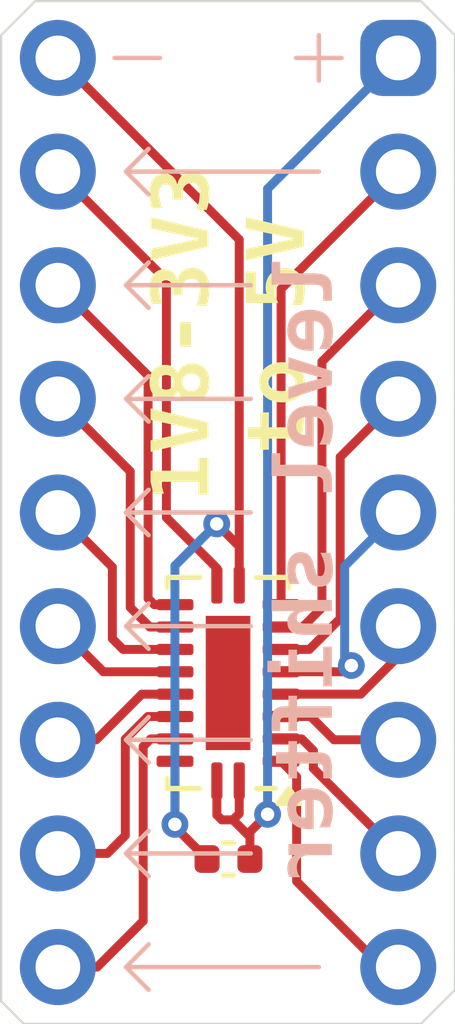
<source format=kicad_pcb>
(kicad_pcb (version 20241229) (generator "pcbnew") (generator_version "9.0")
  (layers (0 "F.Cu" signal) (2 "B.Cu" signal) (13 "F.Paste" user) (15 "B.Paste" user) (5 "F.SilkS" user "F.Silkscreen") (7 "B.SilkS" user "B.Silkscreen") (1 "F.Mask" user) (3 "B.Mask" user) (25 "Edge.Cuts" user))
  (net 0 "")
  (net 1 "GND")
  (net 2 "VCC")
  (net 3 "Net-(J1-Pin_3)")
  (net 4 "Net-(J1-Pin_2)")
  (net 5 "Net-(J1-Pin_7)")
  (net 6 "Net-(J1-Pin_4)")
  (net 7 "Net-(J1-Pin_5)")
  (net 8 "Net-(J1-Pin_8)")
  (net 9 "Net-(J1-Pin_6)")
  (net 10 "Net-(J2-Pin_6)")
  (net 11 "Net-(J2-Pin_3)")
  (net 12 "Net-(J2-Pin_2)")
  (net 13 "Net-(J2-Pin_8)")
  (net 14 "Net-(J2-Pin_7)")
  (net 15 "Net-(J2-Pin_5)")
  (net 16 "Net-(J2-Pin_4)")
  (net 17 "Net-(J1-Pin_1)")
  (net 18 "Net-(J2-Pin_9)")
  (footprint "Connector_PinSocket_2.54mm:PinSocket_1x09_P2.54mm_Vertical" (layer "F.Cu") (at 63.5 66.04 180)
    (property "Reference" "J1" (hide yes))
    (property "Value" "Conn_01x09_Pin" (hide yes))
    (pad "1" thru_hole circle (at 0 0 180) (size 1.7 1.7) (drill 1) (layers "*.Cu" "*.Mask") (net 17 "Net-(J1-Pin_1)"))
    (pad "2" thru_hole circle (at 0 2.54 180) (size 1.7 1.7) (drill 1) (layers "*.Cu" "*.Mask") (net 4 "Net-(J1-Pin_2)"))
    (pad "3" thru_hole circle (at 0 5.079999 180) (size 1.7 1.7) (drill 1) (layers "*.Cu" "*.Mask") (net 3 "Net-(J1-Pin_3)"))
    (pad "4" thru_hole circle (at 0 7.62 180) (size 1.7 1.7) (drill 1) (layers "*.Cu" "*.Mask") (net 6 "Net-(J1-Pin_4)"))
    (pad "5" thru_hole circle (at 0 10.16 180) (size 1.7 1.7) (drill 1) (layers "*.Cu" "*.Mask") (net 7 "Net-(J1-Pin_5)"))
    (pad "6" thru_hole circle (at 0 12.7 180) (size 1.7 1.7) (drill 1) (layers "*.Cu" "*.Mask") (net 9 "Net-(J1-Pin_6)"))
    (pad "7" thru_hole circle (at 0 15.24 180) (size 1.7 1.7) (drill 1) (layers "*.Cu" "*.Mask") (net 5 "Net-(J1-Pin_7)"))
    (pad "8" thru_hole circle (at 0 17.780001 180) (size 1.7 1.7) (drill 1) (layers "*.Cu" "*.Mask") (net 8 "Net-(J1-Pin_8)"))
    (pad "9" thru_hole roundrect (at 0 20.32 180) (size 1.7 1.7) (drill 1) (layers "*.Cu" "*.Mask") (roundrect_rratio 0.2941176471) (net 2 "VCC"))
  )
  (footprint "Connector_PinSocket_2.54mm:PinSocket_1x09_P2.54mm_Vertical" (layer "F.Cu") (at 55.88 45.72)
    (property "Reference" "J2" (hide yes))
    (property "Value" "Conn_01x09_Pin" (hide yes))
    (pad "1" thru_hole circle (at 0 0) (size 1.7 1.7) (drill 1) (layers "*.Cu" "*.Mask") (net 1 "GND"))
    (pad "2" thru_hole circle (at 0 2.54) (size 1.7 1.7) (drill 1) (layers "*.Cu" "*.Mask") (net 12 "Net-(J2-Pin_2)"))
    (pad "3" thru_hole circle (at 0 5.079999) (size 1.7 1.7) (drill 1) (layers "*.Cu" "*.Mask") (net 11 "Net-(J2-Pin_3)"))
    (pad "4" thru_hole circle (at 0 7.62) (size 1.7 1.7) (drill 1) (layers "*.Cu" "*.Mask") (net 16 "Net-(J2-Pin_4)"))
    (pad "5" thru_hole circle (at 0 10.16) (size 1.7 1.7) (drill 1) (layers "*.Cu" "*.Mask") (net 15 "Net-(J2-Pin_5)"))
    (pad "6" thru_hole circle (at 0 12.7) (size 1.7 1.7) (drill 1) (layers "*.Cu" "*.Mask") (net 10 "Net-(J2-Pin_6)"))
    (pad "7" thru_hole circle (at 0 15.24) (size 1.7 1.7) (drill 1) (layers "*.Cu" "*.Mask") (net 14 "Net-(J2-Pin_7)"))
    (pad "8" thru_hole circle (at 0 17.780001) (size 1.7 1.7) (drill 1) (layers "*.Cu" "*.Mask") (net 13 "Net-(J2-Pin_8)"))
    (pad "9" thru_hole circle (at 0 20.32) (size 1.7 1.7) (drill 1) (layers "*.Cu" "*.Mask") (net 18 "Net-(J2-Pin_9)"))
  )
  (footprint "Package_DFN_QFN:DHVQFN-20-1EP_2.5x4.5mm_P0.5mm_EP1x3mm" (layer "F.Cu") (at 59.69 59.69 180)
    (property "Reference" "U1" (hide yes))
    (property "Value" "74HCT245")
    (fp_line (start 1.36 2.36) (end 1.36 2.135) (stroke (width 0.12)) (layer "F.SilkS"))
    (fp_line (start 1.36 -2.36) (end 1.36 -2.135) (stroke (width 0.12)) (layer "F.SilkS"))
    (fp_line (start 0.635 2.36) (end 1.36 2.36) (stroke (width 0.12)) (layer "F.SilkS"))
    (fp_line (start 0.635 -2.36) (end 1.36 -2.36) (stroke (width 0.12)) (layer "F.SilkS"))
    (fp_line (start -0.635 2.36) (end -1.36 2.36) (stroke (width 0.12)) (layer "F.SilkS"))
    (fp_line (start -0.635 -2.36) (end -1.06 -2.36) (stroke (width 0.12)) (layer "F.SilkS"))
    (fp_line (start -1.36 2.36) (end -1.36 2.135) (stroke (width 0.12)) (layer "F.SilkS"))
    (fp_poly (pts (xy -1.36 -2.36) (xy -1.6 -2.69) (xy -1.12 -2.69)) (stroke (width 0.12)) (fill yes) (layer "F.SilkS"))
    (pad "1" smd roundrect (at -0.25 -2.1875 180) (size 0.25 0.825) (layers "F.Cu" "F.Mask" "F.Paste") (net 2 "VCC"))
    (pad "2" smd roundrect (at -1.1875 -1.75 180) (size 0.825 0.25) (layers "F.Cu" "F.Mask" "F.Paste") (net 17 "Net-(J1-Pin_1)"))
    (pad "3" smd roundrect (at -1.1875 -1.25 180) (size 0.825 0.25) (layers "F.Cu" "F.Mask" "F.Paste") (net 4 "Net-(J1-Pin_2)"))
    (pad "4" smd roundrect (at -1.1875 -0.75 180) (size 0.825 0.25) (layers "F.Cu" "F.Mask" "F.Paste") (net 3 "Net-(J1-Pin_3)"))
    (pad "5" smd roundrect (at -1.1875 -0.25 180) (size 0.825 0.25) (layers "F.Cu" "F.Mask" "F.Paste") (net 6 "Net-(J1-Pin_4)"))
    (pad "6" smd roundrect (at -1.1875 0.25 180) (size 0.825 0.25) (layers "F.Cu" "F.Mask" "F.Paste") (net 7 "Net-(J1-Pin_5)"))
    (pad "7" smd roundrect (at -1.1875 0.75 180) (size 0.825 0.25) (layers "F.Cu" "F.Mask" "F.Paste") (net 9 "Net-(J1-Pin_6)"))
    (pad "8" smd roundrect (at -1.1875 1.25 180) (size 0.825 0.25) (layers "F.Cu" "F.Mask" "F.Paste") (net 5 "Net-(J1-Pin_7)"))
    (pad "9" smd roundrect (at -1.1875 1.75 180) (size 0.825 0.25) (layers "F.Cu" "F.Mask" "F.Paste") (net 8 "Net-(J1-Pin_8)"))
    (pad "10" smd roundrect (at -0.25 2.1875 180) (size 0.25 0.825) (layers "F.Cu" "F.Mask" "F.Paste") (net 1 "GND"))
    (pad "11" smd roundrect (at 0.25 2.1875 180) (size 0.25 0.825) (layers "F.Cu" "F.Mask" "F.Paste") (net 12 "Net-(J2-Pin_2)"))
    (pad "12" smd roundrect (at 1.1875 1.75 180) (size 0.825 0.25) (layers "F.Cu" "F.Mask" "F.Paste") (net 11 "Net-(J2-Pin_3)"))
    (pad "13" smd roundrect (at 1.1875 1.25 180) (size 0.825 0.25) (layers "F.Cu" "F.Mask" "F.Paste") (net 16 "Net-(J2-Pin_4)"))
    (pad "14" smd roundrect (at 1.1875 0.75 180) (size 0.825 0.25) (layers "F.Cu" "F.Mask" "F.Paste") (net 15 "Net-(J2-Pin_5)"))
    (pad "15" smd roundrect (at 1.1875 0.25 180) (size 0.825 0.25) (layers "F.Cu" "F.Mask" "F.Paste") (net 10 "Net-(J2-Pin_6)"))
    (pad "16" smd roundrect (at 1.1875 -0.25 180) (size 0.825 0.25) (layers "F.Cu" "F.Mask" "F.Paste") (net 14 "Net-(J2-Pin_7)"))
    (pad "17" smd roundrect (at 1.1875 -0.75 180) (size 0.825 0.25) (layers "F.Cu" "F.Mask" "F.Paste") (net 13 "Net-(J2-Pin_8)"))
    (pad "18" smd roundrect (at 1.1875 -1.25 180) (size 0.825 0.25) (layers "F.Cu" "F.Mask" "F.Paste") (net 18 "Net-(J2-Pin_9)"))
    (pad "19" smd roundrect (at 1.1875 -1.75 180) (size 0.825 0.25) (layers "F.Cu" "F.Mask" "F.Paste") (net 1 "GND"))
    (pad "20" smd roundrect (at 0.25 -2.1875 180) (size 0.25 0.825) (layers "F.Cu" "F.Mask" "F.Paste") (net 2 "VCC"))
    (pad "21" smd rect (at 0 0 180) (size 1 3) (property pad_prop_heatsink) (layers "F.Cu" "F.Mask"))
  )
  (footprint "Capacitor_SMD:C_0402_1005Metric" (layer "F.Cu") (at 59.7 63.625 180)
    (property "Reference" "C1" (hide yes))
    (property "Value" "1uF")
    (fp_line (start -0.107836 0.36) (end 0.107836 0.36) (stroke (width 0.12)) (layer "F.SilkS"))
    (fp_line (start -0.107836 -0.36) (end 0.107836 -0.36) (stroke (width 0.12)) (layer "F.SilkS"))
    (pad "1" smd roundrect (at -0.48 0 180) (size 0.56 0.62) (layers "F.Cu" "F.Mask" "F.Paste") (net 2 "VCC"))
    (pad "2" smd roundrect (at 0.48 0 180) (size 0.56 0.62) (layers "F.Cu" "F.Mask" "F.Paste") (net 1 "GND"))
  )
  (gr_line (start 57.15 45.72) (end 58.166 45.72) (stroke (width 0.1)) (layer "B.SilkS"))
  (gr_line (start 57.404 50.8) (end 57.912 51.308) (stroke (width 0.1)) (layer "B.SilkS"))
  (gr_line (start 60.198 53.34) (end 57.404 53.34) (stroke (width 0.1)) (layer "B.SilkS"))
  (gr_line (start 57.404 66.04) (end 57.912 65.532) (stroke (width 0.1)) (layer "B.SilkS"))
  (gr_line (start 57.404 55.88) (end 57.912 56.388) (stroke (width 0.1)) (layer "B.SilkS"))
  (gr_line (start 57.404 58.42) (end 57.912 57.912) (stroke (width 0.1)) (layer "B.SilkS"))
  (gr_line (start 61.722 66.04) (end 57.404 66.04) (stroke (width 0.1)) (layer "B.SilkS"))
  (gr_line (start 60.198 50.8) (end 57.404 50.8) (stroke (width 0.1)) (layer "B.SilkS"))
  (gr_line (start 57.404 48.26) (end 57.912 47.752) (stroke (width 0.1)) (layer "B.SilkS"))
  (gr_line (start 57.404 63.5) (end 57.912 64.008) (stroke (width 0.1)) (layer "B.SilkS"))
  (gr_line (start 57.404 66.04) (end 57.912 66.548) (stroke (width 0.1)) (layer "B.SilkS"))
  (gr_line (start 62.23 45.72) (end 61.214 45.72) (stroke (width 0.1)) (layer "B.SilkS"))
  (gr_line (start 57.404 50.8) (end 57.912 50.292) (stroke (width 0.1)) (layer "B.SilkS"))
  (gr_line (start 60.198 55.88) (end 57.404 55.88) (stroke (width 0.1)) (layer "B.SilkS"))
  (gr_line (start 57.404 60.96) (end 57.912 61.468) (stroke (width 0.1)) (layer "B.SilkS"))
  (gr_line (start 57.404 58.42) (end 57.912 58.928) (stroke (width 0.1)) (layer "B.SilkS"))
  (gr_line (start 61.722 48.26) (end 57.404 48.26) (stroke (width 0.1)) (layer "B.SilkS"))
  (gr_line (start 61.722 45.212) (end 61.722 46.228) (stroke (width 0.1)) (layer "B.SilkS"))
  (gr_line (start 60.198 58.42) (end 57.404 58.42) (stroke (width 0.1)) (layer "B.SilkS"))
  (gr_line (start 57.404 48.26) (end 57.912 48.768) (stroke (width 0.1)) (layer "B.SilkS"))
  (gr_line (start 60.198 63.5) (end 57.404 63.5) (stroke (width 0.1)) (layer "B.SilkS"))
  (gr_line (start 57.404 53.34) (end 57.912 52.832) (stroke (width 0.1)) (layer "B.SilkS"))
  (gr_line (start 57.404 55.88) (end 57.912 55.372) (stroke (width 0.1)) (layer "B.SilkS"))
  (gr_line (start 57.404 53.34) (end 57.912 53.848) (stroke (width 0.1)) (layer "B.SilkS"))
  (gr_line (start 60.198 60.96) (end 57.404 60.96) (stroke (width 0.1)) (layer "B.SilkS"))
  (gr_line (start 57.404 60.96) (end 57.912 60.452) (stroke (width 0.1)) (layer "B.SilkS"))
  (gr_line (start 57.404 63.5) (end 57.912 62.992) (stroke (width 0.1)) (layer "B.SilkS"))
  (gr_line (start 55.372 44.45) (end 64.008 44.45) (stroke (width 0.05)) (layer "Edge.Cuts"))
  (gr_line (start 54.61 66.802) (end 54.61 45.212) (stroke (width 0.05)) (layer "Edge.Cuts"))
  (gr_line (start 64.77 45.212) (end 64.77 66.548) (stroke (width 0.05)) (layer "Edge.Cuts"))
  (gr_line (start 55.118 67.31) (end 54.61 66.802) (stroke (width 0.05)) (layer "Edge.Cuts"))
  (gr_line (start 64.77 66.548) (end 64.008 67.31) (stroke (width 0.05)) (layer "Edge.Cuts"))
  (gr_line (start 54.61 45.212) (end 55.372 44.45) (stroke (width 0.05)) (layer "Edge.Cuts"))
  (gr_line (start 64.008 44.45) (end 64.77 45.212) (stroke (width 0.05)) (layer "Edge.Cuts"))
  (gr_line (start 64.008 67.31) (end 55.118 67.31) (stroke (width 0.05)) (layer "Edge.Cuts"))
  (gr_text "1V8-3V3\nto 5V" (at 61.6 51.9 90) (layer "F.SilkS") (effects (font (size 1.27 1.27) (thickness 0.254) (bold yes)) (justify bottom)))
  (gr_text "level shifter" (at 62.23 57.15 90) (layer "B.SilkS") (effects (font (size 1.27 1.27) (thickness 0.254) (bold yes)) (justify bottom mirror)))
  (segment (start 58.5 62.85) (end 58.5 62.905) (width 0.2) (layer "F.Cu") (net 1))
  (segment (start 59.436 56.134) (end 59.94 56.638) (width 0.2) (layer "F.Cu") (net 1))
  (segment (start 59.94 49.78) (end 55.88 45.72) (width 0.2) (layer "F.Cu") (net 1))
  (segment (start 58.5025 62.9075) (end 58.5025 61.44) (width 0.2) (layer "F.Cu") (net 1))
  (segment (start 59.94 57.5025) (end 59.94 49.78) (width 0.2) (layer "F.Cu") (net 1))
  (segment (start 59.22 63.625) (end 58.5025 62.9075) (width 0.2) (layer "F.Cu") (net 1))
  (segment (start 59.94 56.638) (end 59.94 57.5025) (width 0.2) (layer "F.Cu") (net 1))
  (segment (start 58.5 62.905) (end 59.22 63.625) (width 0.2) (layer "F.Cu") (net 1))
  (via (at 58.5 62.85) (size 0.6) (drill 0.3) (layers "F.Cu" "B.Cu") (net 1))
  (via (at 59.436 56.134) (size 0.6) (drill 0.3) (layers "F.Cu" "B.Cu") (net 1))
  (segment (start 58.5 62.85) (end 58.5 57.07) (width 0.2) (layer "B.Cu") (net 1))
  (segment (start 58.5 57.07) (end 59.436 56.134) (width 0.2) (layer "B.Cu") (net 1))
  (segment (start 59.44 62.64) (end 59.55 62.75) (width 0.2) (layer "F.Cu") (net 2))
  (segment (start 60.18 63.625) (end 60.18 63.13) (width 0.2) (layer "F.Cu") (net 2))
  (segment (start 59.44 61.8775) (end 59.44 62.64) (width 0.2) (layer "F.Cu") (net 2))
  (segment (start 60.18 63.02) (end 60.575 62.625) (width 0.2) (layer "F.Cu") (net 2))
  (segment (start 59.8 62.75) (end 59.55 62.75) (width 0.2) (layer "F.Cu") (net 2))
  (segment (start 60.18 63.625) (end 60.18 63.02) (width 0.2) (layer "F.Cu") (net 2))
  (segment (start 59.94 61.8775) (end 59.94 62.61) (width 0.2) (layer "F.Cu") (net 2))
  (segment (start 60.18 63.13) (end 59.8 62.75) (width 0.2) (layer "F.Cu") (net 2))
  (segment (start 59.94 62.61) (end 59.8 62.75) (width 0.2) (layer "F.Cu") (net 2))
  (via (at 60.575 62.625) (size 0.6) (drill 0.3) (layers "F.Cu" "B.Cu") (net 2))
  (segment (start 60.575 62.625) (end 60.575 48.645) (width 0.2) (layer "B.Cu") (net 2))
  (segment (start 60.575 48.645) (end 63.5 45.72) (width 0.2) (layer "B.Cu") (net 2))
  (segment (start 62.060001 60.960001) (end 61.54 60.44) (width 0.2) (layer "F.Cu") (net 3))
  (segment (start 63.5 60.960001) (end 62.060001 60.960001) (width 0.2) (layer "F.Cu") (net 3))
  (segment (start 61.54 60.44) (end 60.8775 60.44) (width 0.2) (layer "F.Cu") (net 3))
  (segment (start 61.6 61.2) (end 61.34 60.94) (width 0.2) (layer "F.Cu") (net 4))
  (segment (start 63.5 63.5) (end 61.6 61.6) (width 0.2) (layer "F.Cu") (net 4))
  (segment (start 61.34 60.94) (end 60.8775 60.94) (width 0.2) (layer "F.Cu") (net 4))
  (segment (start 61.6 61.6) (end 61.6 61.2) (width 0.2) (layer "F.Cu") (net 4))
  (segment (start 60.8775 58.44) (end 61.36 58.44) (width 0.2) (layer "F.Cu") (net 5))
  (segment (start 61.36 58.44) (end 61.792157 58.007843) (width 0.2) (layer "F.Cu") (net 5))
  (segment (start 61.792157 52.507843) (end 63.5 50.8) (width 0.2) (layer "F.Cu") (net 5))
  (segment (start 61.792157 58.007843) (end 61.792157 52.507843) (width 0.2) (layer "F.Cu") (net 5))
  (segment (start 63.5 58.42) (end 63.5 59.1) (width 0.2) (layer "F.Cu") (net 6))
  (segment (start 63.5 59.1) (end 62.66 59.94) (width 0.2) (layer "F.Cu") (net 6))
  (segment (start 62.66 59.94) (end 60.8775 59.94) (width 0.2) (layer "F.Cu") (net 6))
  (segment (start 62.45 59.3) (end 62.31 59.44) (width 0.2) (layer "F.Cu") (net 7))
  (segment (start 62.31 59.44) (end 60.8775 59.44) (width 0.2) (layer "F.Cu") (net 7))
  (via (at 62.45 59.3) (size 0.6) (drill 0.3) (layers "F.Cu" "B.Cu") (net 7))
  (segment (start 62.3 59.15) (end 62.3 57.08) (width 0.2) (layer "B.Cu") (net 7))
  (segment (start 62.45 59.3) (end 62.3 59.15) (width 0.2) (layer "B.Cu") (net 7))
  (segment (start 62.3 57.08) (end 63.5 55.88) (width 0.2) (layer "B.Cu") (net 7))
  (segment (start 60.8775 50.882499) (end 63.5 48.259999) (width 0.2) (layer "F.Cu") (net 8))
  (segment (start 60.8775 57.94) (end 60.8775 50.882499) (width 0.2) (layer "F.Cu") (net 8))
  (segment (start 60.8775 58.94) (end 61.51 58.94) (width 0.2) (layer "F.Cu") (net 9))
  (segment (start 62.2 58.25) (end 62.2 54.64) (width 0.2) (layer "F.Cu") (net 9))
  (segment (start 61.51 58.94) (end 62.2 58.25) (width 0.2) (layer "F.Cu") (net 9))
  (segment (start 62.2 54.64) (end 63.5 53.34) (width 0.2) (layer "F.Cu") (net 9))
  (segment (start 58.5025 59.44) (end 56.9 59.44) (width 0.2) (layer "F.Cu") (net 10))
  (segment (start 56.9 59.44) (end 55.88 58.42) (width 0.2) (layer "F.Cu") (net 10))
  (segment (start 58.04 57.94) (end 57.9 57.8) (width 0.2) (layer "F.Cu") (net 11))
  (segment (start 58.5025 57.94) (end 58.04 57.94) (width 0.2) (layer "F.Cu") (net 11))
  (segment (start 57.9 52.819999) (end 55.88 50.799999) (width 0.2) (layer "F.Cu") (net 11))
  (segment (start 57.9 57.8) (end 57.9 52.819999) (width 0.2) (layer "F.Cu") (net 11))
  (segment (start 59.44 57.124) (end 58.31 55.994) (width 0.2) (layer "F.Cu") (net 12))
  (segment (start 59.44 57.5025) (end 59.44 57.124) (width 0.2) (layer "F.Cu") (net 12))
  (segment (start 58.31 55.994) (end 58.31 50.69) (width 0.2) (layer "F.Cu") (net 12))
  (segment (start 58.31 50.69) (end 55.88 48.26) (width 0.2) (layer "F.Cu") (net 12))
  (segment (start 55.88 63.500001) (end 56.989999 63.500001) (width 0.2) (layer "F.Cu") (net 13))
  (segment (start 57.39 60.944314) (end 57.894314 60.44) (width 0.2) (layer "F.Cu") (net 13))
  (segment (start 57.39 63.1) (end 57.39 60.944314) (width 0.2) (layer "F.Cu") (net 13))
  (segment (start 57.894314 60.44) (end 58.5025 60.44) (width 0.2) (layer "F.Cu") (net 13))
  (segment (start 56.989999 63.500001) (end 57.39 63.1) (width 0.2) (layer "F.Cu") (net 13))
  (segment (start 58.5025 59.94) (end 57.76 59.94) (width 0.2) (layer "F.Cu") (net 14))
  (segment (start 57.76 59.94) (end 56.74 60.96) (width 0.2) (layer "F.Cu") (net 14))
  (segment (start 56.74 60.96) (end 55.88 60.96) (width 0.2) (layer "F.Cu") (net 14))
  (segment (start 57.34 58.94) (end 57.1 58.7) (width 0.2) (layer "F.Cu") (net 15))
  (segment (start 57.1 58.7) (end 57.1 57.1) (width 0.2) (layer "F.Cu") (net 15))
  (segment (start 58.5025 58.94) (end 57.34 58.94) (width 0.2) (layer "F.Cu") (net 15))
  (segment (start 57.1 57.1) (end 55.88 55.88) (width 0.2) (layer "F.Cu") (net 15))
  (segment (start 57.5 58) (end 57.5 54.96) (width 0.2) (layer "F.Cu") (net 16))
  (segment (start 58.5025 58.44) (end 57.94 58.44) (width 0.2) (layer "F.Cu") (net 16))
  (segment (start 57.94 58.44) (end 57.5 58) (width 0.2) (layer "F.Cu") (net 16))
  (segment (start 57.5 54.96) (end 55.88 53.34) (width 0.2) (layer "F.Cu") (net 16))
  (segment (start 61.225 61.7875) (end 60.8775 61.44) (width 0.2) (layer "F.Cu") (net 17))
  (segment (start 61.225 64.125) (end 61.225 61.7875) (width 0.2) (layer "F.Cu") (net 17))
  (segment (start 63.14 66.04) (end 61.225 64.125) (width 0.2) (layer "F.Cu") (net 17))
  (segment (start 63.5 66.04) (end 63.14 66.04) (width 0.2) (layer "F.Cu") (net 17))
  (segment (start 57.79 61.11) (end 57.79 65.01) (width 0.2) (layer "F.Cu") (net 18))
  (segment (start 58.5025 60.94) (end 57.96 60.94) (width 0.2) (layer "F.Cu") (net 18))
  (segment (start 57.96 60.94) (end 57.79 61.11) (width 0.2) (layer "F.Cu") (net 18))
  (segment (start 57.79 65.01) (end 56.76 66.04) (width 0.2) (layer "F.Cu") (net 18))
  (segment (start 56.76 66.04) (end 55.88 66.04) (width 0.2) (layer "F.Cu") (net 18))
)
</source>
